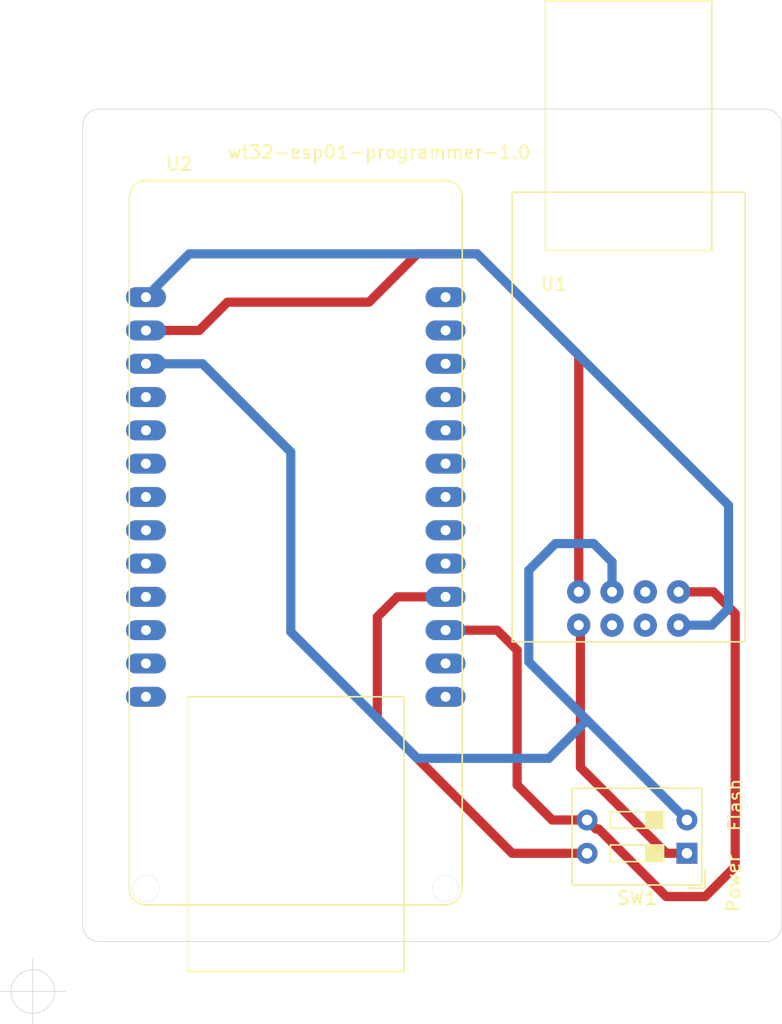
<source format=kicad_pcb>
(kicad_pcb (version 20210925) (generator pcbnew)
  (layers (0 "F.Cu" signal) (31 "B.Cu" signal) (34 "B.Paste" user) (35 "F.Paste" user) (36 "B.SilkS" user "B.Silkscreen") (37 "F.SilkS" user "F.Silkscreen") (38 "B.Mask" user) (39 "F.Mask" user) (44 "Edge.Cuts" user))
  (net 0 "")
  (net 1 "VCC")
  (net 2 "GPIO0")
  (net 3 "GND")
  (net 4 "GPIO3")
  (net 5 "Net-(U1-Pad6)")
  (net 6 "Net-(U1-Pad4)")
  (net 7 "Net-(U1-Pad3)")
  (net 8 "GPIO1")
  (net 9 "Net-(U2-Pad14)")
  (net 10 "Net-(U2-Pad23)")
  (net 11 "Net-(U2-Pad22)")
  (net 12 "Net-(U2-Pad21)")
  (net 13 "Net-(U2-Pad20)")
  (net 14 "Net-(U2-Pad19)")
  (net 15 "Net-(U2-Pad18)")
  (net 16 "Net-(U2-Pad17)")
  (net 17 "Net-(U2-Pad16)")
  (net 18 "Net-(U2-Pad15)")
  (net 19 "Net-(U2-Pad13)")
  (net 20 "Net-(U2-Pad12)")
  (net 21 "Net-(U2-Pad9)")
  (net 22 "Net-(U2-Pad8)")
  (net 23 "Net-(U2-Pad7)")
  (net 24 "Net-(U2-Pad6)")
  (net 25 "Net-(U2-Pad5)")
  (net 26 "Net-(U2-Pad4)")
  (net 27 "Net-(U2-Pad3)")
  (net 28 "Net-(U2-Pad2)")
  (net 29 "Net-(U2-Pad1)")
  (net 30 "VCCP")
  (footprint "boards:ESP-01-Programmer" (layer "F.Cu") (at 134.366 74.295)
    (fp_text reference "U1" (at -5.715 -10.16) (layer "F.SilkS"))
    (fp_text value "ESP-01-Programmer")
    (fp_line (start 6.35 -31.75) (end 6.35 -12.7) (layer "F.SilkS") (width 0.12))
    (fp_line (start 8.89 -17.145) (end 8.89 17.145) (layer "F.SilkS") (width 0.12))
    (fp_line (start -6.35 -12.7) (end 6.35 -12.7) (layer "F.SilkS") (width 0.12))
    (fp_line (start -6.35 -12.7) (end -6.35 -31.75) (layer "F.SilkS") (width 0.12))
    (fp_line (start -6.35 -31.75) (end 6.35 -31.75) (layer "F.SilkS") (width 0.12))
    (fp_line (start -8.89 17.145) (end -8.89 -17.145) (layer "F.SilkS") (width 0.12))
    (fp_line (start -8.89 -17.145) (end 8.89 -17.145) (layer "F.SilkS") (width 0.12))
    (fp_line (start 8.89 17.145) (end -8.89 17.145) (layer "F.SilkS") (width 0.12))
    (pad "1" thru_hole circle locked (at 3.81 13.335) (size 1.778 1.778) (drill 0.762) (layers *.Cu *.Mask) (net 3 "GND"))
    (pad "2" thru_hole circle locked (at 3.81 15.875) (size 1.778 1.778) (drill 0.762) (layers *.Cu *.Mask) (net 8 "GPIO1"))
    (pad "3" thru_hole circle locked (at 1.27 13.335) (size 1.778 1.778) (drill 0.762) (layers *.Cu *.Mask) (net 7 "Net-(U1-Pad3)"))
    (pad "4" thru_hole circle locked (at 1.27 15.875) (size 1.778 1.778) (drill 0.762) (layers *.Cu *.Mask) (net 6 "Net-(U1-Pad4)"))
    (pad "5" thru_hole circle locked (at -1.27 13.335) (size 1.778 1.778) (drill 0.762) (layers *.Cu *.Mask) (net 2 "GPIO0"))
    (pad "6" thru_hole circle locked (at -1.27 15.875) (size 1.778 1.778) (drill 0.762) (layers *.Cu *.Mask) (net 5 "Net-(U1-Pad6)"))
    (pad "7" thru_hole circle locked (at -3.81 13.335) (size 1.778 1.778) (drill 0.762) (layers *.Cu *.Mask) (net 4 "GPIO3"))
    (pad "8" thru_hole circle locked (at -3.81 15.875) (size 1.778 1.778) (drill 0.762) (layers *.Cu *.Mask) (net 30 "VCCP"))
  )
  (footprint "Button_Switch_THT:SW_DIP_SPSTx02_Slide_9.78x7.26mm_W7.62mm_P2.54mm" (layer "F.Cu") (at 138.811 107.569 180)
    (fp_text reference "SW1" (at 3.81 -3.42) (layer "F.SilkS"))
    (fp_text value "SW_DIP_x02")
    (fp_line (start 3.133333 1.905) (end 3.133333 3.175) (layer "F.SilkS") (width 0.12))
    (fp_line (start 1.78 2.745) (end 3.133333 2.745) (layer "F.SilkS") (width 0.12))
    (fp_line (start 1.78 0.205) (end 3.133333 0.205) (layer "F.SilkS") (width 0.12))
    (fp_line (start 3.133333 -0.635) (end 3.133333 0.635) (layer "F.SilkS") (width 0.12))
    (fp_line (start 5.84 0.635) (end 5.84 -0.635) (layer "F.SilkS") (width 0.12))
    (fp_line (start 1.78 2.265) (end 3.133333 2.265) (layer "F.SilkS") (width 0.12))
    (fp_line (start 1.78 2.025) (end 3.133333 2.025) (layer "F.SilkS") (width 0.12))
    (fp_line (start -1.14 4.96) (end 8.76 4.96) (layer "F.SilkS") (width 0.12))
    (fp_line (start 1.78 3.105) (end 3.133333 3.105) (layer "F.SilkS") (width 0.12))
    (fp_line (start 1.78 -0.635) (end 1.78 0.635) (layer "F.SilkS") (width 0.12))
    (fp_line (start 1.78 0.565) (end 3.133333 0.565) (layer "F.SilkS") (width 0.12))
    (fp_line (start 1.78 2.385) (end 3.133333 2.385) (layer "F.SilkS") (width 0.12))
    (fp_line (start 5.84 3.175) (end 5.84 1.905) (layer "F.SilkS") (width 0.12))
    (fp_line (start 1.78 3.175) (end 5.84 3.175) (layer "F.SilkS") (width 0.12))
    (fp_line (start 5.84 1.905) (end 1.78 1.905) (layer "F.SilkS") (width 0.12))
    (fp_line (start 1.78 -0.395) (end 3.133333 -0.395) (layer "F.SilkS") (width 0.12))
    (fp_line (start -1.14 -2.42) (end -1.14 4.96) (layer "F.SilkS") (width 0.12))
    (fp_line (start 1.78 -0.035) (end 3.133333 -0.035) (layer "F.SilkS") (width 0.12))
    (fp_line (start 1.78 2.505) (end 3.133333 2.505) (layer "F.SilkS") (width 0.12))
    (fp_line (start -1.14 -2.42) (end 8.76 -2.42) (layer "F.SilkS") (width 0.12))
    (fp_line (start 1.78 1.905) (end 1.78 3.175) (layer "F.SilkS") (width 0.12))
    (fp_line (start -1.38 -2.66) (end 0.004 -2.66) (layer "F.SilkS") (width 0.12))
    (fp_line (start 1.78 0.085) (end 3.133333 0.085) (layer "F.SilkS") (width 0.12))
    (fp_line (start 1.78 -0.155) (end 3.133333 -0.155) (layer "F.SilkS") (width 0.12))
    (fp_line (start 1.78 2.145) (end 3.133333 2.145) (layer "F.SilkS") (width 0.12))
    (fp_line (start 5.84 -0.635) (end 1.78 -0.635) (layer "F.SilkS") (width 0.12))
    (fp_line (start 1.78 -0.275) (end 3.133333 -0.275) (layer "F.SilkS") (width 0.12))
    (fp_line (start 1.78 2.865) (end 3.133333 2.865) (layer "F.SilkS") (width 0.12))
    (fp_line (start 8.76 -2.42) (end 8.76 4.96) (layer "F.SilkS") (width 0.12))
    (fp_line (start 1.78 0.445) (end 3.133333 0.445) (layer "F.SilkS") (width 0.12))
    (fp_line (start 1.78 2.985) (end 3.133333 2.985) (layer "F.SilkS") (width 0.12))
    (fp_line (start 1.78 0.325) (end 3.133333 0.325) (layer "F.SilkS") (width 0.12))
    (fp_line (start -1.38 -2.66) (end -1.38 -1.277) (layer "F.SilkS") (width 0.12))
    (fp_line (start 1.78 2.625) (end 3.133333 2.625) (layer "F.SilkS") (width 0.12))
    (fp_line (start 1.78 0.635) (end 5.84 0.635) (layer "F.SilkS") (width 0.12))
    (fp_line (start 1.78 -0.515) (end 3.133333 -0.515) (layer "F.SilkS") (width 0.12))
    (pad "1" thru_hole rect locked (at 0 0 180) (size 1.6 1.6) (drill 0.8) (layers *.Cu *.Mask) (net 30 "VCCP"))
    (pad "2" thru_hole oval locked (at 0 2.54 180) (size 1.6 1.6) (drill 0.8) (layers *.Cu *.Mask) (net 2 "GPIO0"))
    (pad "3" thru_hole oval locked (at 7.62 2.54 180) (size 1.6 1.6) (drill 0.8) (layers *.Cu *.Mask) (net 3 "GND"))
    (pad "4" thru_hole oval locked (at 7.62 0 180) (size 1.6 1.6) (drill 0.8) (layers *.Cu *.Mask) (net 1 "VCC"))
  )
  (footprint "boards:WT32-ETH01-Board-Reversed" (layer "F.Cu") (at 108.966 84.201)
    (fp_text reference "U2" (at -8.89 -29.21) (layer "F.SilkS"))
    (fp_text value "WT32-ETH0-Board")
    (fp_line (start -12.7 -26.67) (end -12.7 26.035) (layer "F.SilkS") (width 0.12))
    (fp_line (start -8.255 32.385) (end -8.255 11.43) (layer "F.SilkS") (width 0.12))
    (fp_line (start 12.7 26.035) (end 12.7 -26.67) (layer "F.SilkS") (width 0.12))
    (fp_line (start -8.255 11.43) (end 8.255 11.43) (layer "F.SilkS") (width 0.12))
    (fp_line (start -11.43 27.305) (end 11.43 27.305) (layer "F.SilkS") (width 0.12))
    (fp_line (start 8.255 32.385) (end -8.255 32.385) (layer "F.SilkS") (width 0.12))
    (fp_line (start 11.43 -27.94) (end -11.43 -27.94) (layer "F.SilkS") (width 0.12))
    (fp_line (start 8.255 11.43) (end 8.255 32.385) (layer "F.SilkS") (width 0.12))
    (fp_arc (start 11.43 -26.67) (end 12.7 -26.67) (angle -90) (layer "F.SilkS") (width 0.12))
    (fp_arc (start -11.43 -26.67) (end -11.43 -27.94) (angle -90) (layer "F.SilkS") (width 0.12))
    (fp_arc (start -11.43 26.035) (end -12.7 26.035) (angle -90) (layer "F.SilkS") (width 0.12))
    (fp_arc (start 11.43 26.035) (end 11.43 27.305) (angle -90) (layer "F.SilkS") (width 0.12))
    (pad "" thru_hole circle locked (at 11.43 26.035) (size 2.032 2.032) (drill 2.032) (layers *.Mask "F.Cu"))
    (pad "" thru_hole circle locked (at -11.43 26.035) (size 2.032 2.032) (drill 2.032) (layers *.Mask "F.Cu"))
    (pad "1" thru_hole oval locked (at 11.43 -19.05) (size 3.048 1.524) (drill 0.762) (layers *.Cu *.Mask) (net 29 "Net-(U2-Pad1)"))
    (pad "2" thru_hole oval locked (at 11.43 -16.51) (size 3.048 1.524) (drill 0.762) (layers *.Cu *.Mask) (net 28 "Net-(U2-Pad2)"))
    (pad "3" thru_hole oval locked (at 11.43 -13.97) (size 3.048 1.524) (drill 0.762) (layers *.Cu *.Mask) (net 27 "Net-(U2-Pad3)"))
    (pad "4" thru_hole oval locked (at 11.43 -11.43) (size 3.048 1.524) (drill 0.762) (layers *.Cu *.Mask) (net 26 "Net-(U2-Pad4)"))
    (pad "5" thru_hole oval locked (at 11.43 -8.89) (size 3.048 1.524) (drill 0.762) (layers *.Cu *.Mask) (net 25 "Net-(U2-Pad5)"))
    (pad "6" thru_hole oval locked (at 11.43 -6.35) (size 3.048 1.524) (drill 0.762) (layers *.Cu *.Mask) (net 24 "Net-(U2-Pad6)"))
    (pad "7" thru_hole oval locked (at 11.43 -3.81) (size 3.048 1.524) (drill 0.762) (layers *.Cu *.Mask) (net 23 "Net-(U2-Pad7)"))
    (pad "8" thru_hole oval locked (at 11.43 -1.27) (size 3.048 1.524) (drill 0.762) (layers *.Cu *.Mask) (net 22 "Net-(U2-Pad8)"))
    (pad "9" thru_hole oval locked (at 11.43 1.27) (size 3.048 1.524) (drill 0.762) (layers *.Cu *.Mask) (net 21 "Net-(U2-Pad9)"))
    (pad "10" thru_hole oval locked (at 11.43 3.81) (size 3.048 1.524) (drill 0.762) (layers *.Cu *.Mask) (net 1 "VCC"))
    (pad "11" thru_hole oval locked (at 11.43 6.35) (size 3.048 1.524) (drill 0.762) (layers *.Cu *.Mask) (net 3 "GND"))
    (pad "12" thru_hole oval locked (at 11.43 8.89) (size 3.048 1.524) (drill 0.762) (layers *.Cu *.Mask) (net 20 "Net-(U2-Pad12)"))
    (pad "13" thru_hole oval locked (at 11.43 11.43) (size 3.048 1.524) (drill 0.762) (layers *.Cu *.Mask) (net 19 "Net-(U2-Pad13)"))
    (pad "14" thru_hole oval locked (at -11.43 11.43) (size 3.048 1.524) (drill 0.762) (layers *.Cu *.Mask) (net 9 "Net-(U2-Pad14)"))
    (pad "15" thru_hole oval locked (at -11.43 8.89) (size 3.048 1.524) (drill 0.762) (layers *.Cu *.Mask) (net 18 "Net-(U2-Pad15)"))
    (pad "16" thru_hole oval locked (at -11.43 6.35) (size 3.048 1.524) (drill 0.762) (layers *.Cu *.Mask) (net 17 "Net-(U2-Pad16)"))
    (pad "17" thru_hole oval locked (at -11.43 3.81) (size 3.048 1.524) (drill 0.762) (layers *.Cu *.Mask) (net 16 "Net-(U2-Pad17)"))
    (pad "18" thru_hole oval locked (at -11.43 1.27) (size 3.048 1.524) (drill 0.762) (layers *.Cu *.Mask) (net 15 "Net-(U2-Pad18)"))
    (pad "19" thru_hole oval locked (at -11.43 -1.27) (size 3.048 1.524) (drill 0.762) (layers *.Cu *.Mask) (net 14 "Net-(U2-Pad19)"))
    (pad "20" thru_hole oval locked (at -11.43 -3.81) (size 3.048 1.524) (drill 0.762) (layers *.Cu *.Mask) (net 13 "Net-(U2-Pad20)"))
    (pad "21" thru_hole oval locked (at -11.43 -6.35) (size 3.048 1.524) (drill 0.762) (layers *.Cu *.Mask) (net 12 "Net-(U2-Pad21)"))
    (pad "22" thru_hole oval locked (at -11.43 -8.89) (size 3.048 1.524) (drill 0.762) (layers *.Cu *.Mask) (net 11 "Net-(U2-Pad22)"))
    (pad "23" thru_hole oval locked (at -11.43 -11.43) (size 3.048 1.524) (drill 0.762) (layers *.Cu *.Mask) (net 10 "Net-(U2-Pad23)"))
    (pad "24" thru_hole oval locked (at -11.43 -13.97) (size 3.048 1.524) (drill 0.762) (layers *.Cu *.Mask) (net 2 "GPIO0"))
    (pad "25" thru_hole oval locked (at -11.43 -16.51) (size 3.048 1.524) (drill 0.762) (layers *.Cu *.Mask) (net 4 "GPIO3"))
    (pad "26" thru_hole oval locked (at -11.43 -19.05) (size 3.048 1.524) (drill 0.762) (layers *.Cu *.Mask) (net 8 "GPIO1"))
  )
  (gr_line (start 92.71 113.03) (end 92.71 52.07) (layer "Edge.Cuts") (width 0.05))
  (gr_arc (start 144.78 52.07) (end 146.05 52.07) (angle -90) (layer "Edge.Cuts") (width 0.05))
  (gr_line (start 146.05 52.07) (end 146.05 113.03) (layer "Edge.Cuts") (width 0.05))
  (gr_arc (start 144.78 113.03) (end 144.78 114.3) (angle -90) (layer "Edge.Cuts") (width 0.05))
  (gr_line (start 93.98 50.8) (end 144.78 50.8) (layer "Edge.Cuts") (width 0.05))
  (gr_line (start 144.78 114.3) (end 93.98 114.3) (layer "Edge.Cuts") (width 0.05))
  (gr_arc (start 93.98 113.03) (end 92.71 113.03) (angle -90) (layer "Edge.Cuts") (width 0.05))
  (gr_arc (start 93.98 52.07) (end 93.98 50.8) (angle -90) (layer "Edge.Cuts") (width 0.05))
  (gr_text "Power" (at 142.367 109.855 90) (layer "F.SilkS") (effects (font (size 1 1))))
  (gr_text "wt32-esp01-programmer-1.0" (at 115.316 54.102) (layer "F.SilkS") (effects (font (size 1 1))))
  (gr_text "Flash" (at 142.494 103.886 90) (layer "F.SilkS") (effects (font (size 1 1))))
  (target plus (at 88.9 118.11) (size 5) (width 0.05) (layer "Edge.Cuts"))
  (segment (start 125.476 107.569) (end 115.189 97.282) (width 0.7) (layer "F.Cu") (net 1))
  (segment (start 116.713 88.011) (end 120.396 88.011) (width 0.7) (layer "F.Cu") (net 1))
  (segment (start 115.189 97.282) (end 115.189 89.535) (width 0.7) (layer "F.Cu") (net 1))
  (segment (start 131.191 107.569) (end 125.476 107.569) (width 0.7) (layer "F.Cu") (net 1))
  (segment (start 115.189 89.535) (end 116.713 88.011) (width 0.7) (layer "F.Cu") (net 1))
  (segment (start 131.699 83.947) (end 133.096 85.344) (width 0.7) (layer "B.Cu") (net 2))
  (segment (start 108.585 76.962) (end 108.585 90.678) (width 0.7) (layer "B.Cu") (net 2))
  (segment (start 128.27 100.33) (end 131.191 97.409) (width 0.7) (layer "B.Cu") (net 2))
  (segment (start 108.585 90.678) (end 118.237 100.33) (width 0.7) (layer "B.Cu") (net 2))
  (segment (start 138.811 105.029) (end 131.191 97.409) (width 0.7) (layer "B.Cu") (net 2))
  (segment (start 126.746 92.964) (end 126.746 85.979) (width 0.7) (layer "B.Cu") (net 2))
  (segment (start 131.191 97.409) (end 126.746 92.964) (width 0.7) (layer "B.Cu") (net 2))
  (segment (start 128.778 83.947) (end 131.699 83.947) (width 0.7) (layer "B.Cu") (net 2))
  (segment (start 101.854 70.231) (end 108.585 76.962) (width 0.7) (layer "B.Cu") (net 2))
  (segment (start 126.746 85.979) (end 128.778 83.947) (width 0.7) (layer "B.Cu") (net 2))
  (segment (start 97.536 70.231) (end 101.854 70.231) (width 0.7) (layer "B.Cu") (net 2))
  (segment (start 133.096 85.344) (end 133.096 87.63) (width 0.7) (layer "B.Cu") (net 2))
  (segment (start 118.237 100.33) (end 128.27 100.33) (width 0.7) (layer "B.Cu") (net 2))
  (segment (start 138.176 87.63) (end 140.843 87.63) (width 0.7) (layer "F.Cu") (net 3))
  (segment (start 142.494 89.281) (end 142.494 108.585) (width 0.7) (layer "F.Cu") (net 3))
  (segment (start 125.857 92.075) (end 124.333 90.551) (width 0.7) (layer "F.Cu") (net 3))
  (segment (start 140.843 87.63) (end 142.494 89.281) (width 0.7) (layer "F.Cu") (net 3))
  (segment (start 125.857 102.362) (end 125.857 92.075) (width 0.7) (layer "F.Cu") (net 3))
  (segment (start 131.880999 105.718999) (end 131.191 105.029) (width 0.7) (layer "F.Cu") (net 3))
  (segment (start 140.208 110.871) (end 137.231002 110.871) (width 0.7) (layer "F.Cu") (net 3))
  (segment (start 128.524 105.029) (end 125.857 102.362) (width 0.7) (layer "F.Cu") (net 3))
  (segment (start 124.333 90.551) (end 120.396 90.551) (width 0.7) (layer "F.Cu") (net 3))
  (segment (start 137.231002 110.871) (end 132.079001 105.718999) (width 0.7) (layer "F.Cu") (net 3))
  (segment (start 142.494 108.585) (end 140.208 110.871) (width 0.7) (layer "F.Cu") (net 3))
  (segment (start 132.079001 105.718999) (end 131.880999 105.718999) (width 0.7) (layer "F.Cu") (net 3))
  (segment (start 131.191 105.029) (end 128.524 105.029) (width 0.7) (layer "F.Cu") (net 3))
  (segment (start 97.536 67.691) (end 101.6 67.691) (width 0.7) (layer "F.Cu") (net 4))
  (segment (start 118.237 61.849) (end 122.809 61.849) (width 0.7) (layer "F.Cu") (net 4))
  (segment (start 130.556 69.596) (end 130.556 87.63) (width 0.7) (layer "F.Cu") (net 4))
  (segment (start 122.809 61.849) (end 130.556 69.596) (width 0.7) (layer "F.Cu") (net 4))
  (segment (start 101.6 67.691) (end 103.759 65.532) (width 0.7) (layer "F.Cu") (net 4))
  (segment (start 114.554 65.532) (end 118.237 61.849) (width 0.7) (layer "F.Cu") (net 4))
  (segment (start 103.759 65.532) (end 114.554 65.532) (width 0.7) (layer "F.Cu") (net 4))
  (segment (start 100.838 61.849) (end 122.809 61.849) (width 0.7) (layer "B.Cu") (net 8))
  (segment (start 97.536 65.151) (end 100.838 61.849) (width 0.7) (layer "B.Cu") (net 8))
  (segment (start 141.986 88.9) (end 140.716 90.17) (width 0.7) (layer "B.Cu") (net 8))
  (segment (start 122.809 61.849) (end 141.986 81.026) (width 0.7) (layer "B.Cu") (net 8))
  (segment (start 140.716 90.17) (end 138.176 90.17) (width 0.7) (layer "B.Cu") (net 8))
  (segment (start 141.986 81.026) (end 141.986 88.9) (width 0.7) (layer "B.Cu") (net 8))
  (segment (start 130.556 90.17) (end 130.683 90.297) (width 0.7) (layer "F.Cu") (net 30))
  (segment (start 130.683 90.297) (end 130.683 101.0165) (width 0.7) (layer "F.Cu") (net 30))
  (segment (start 130.683 101.0165) (end 137.2355 107.569) (width 0.7) (layer "F.Cu") (net 30))
  (segment (start 137.2355 107.569) (end 138.811 107.569) (width 0.7) (layer "F.Cu") (net 30))
)
</source>
